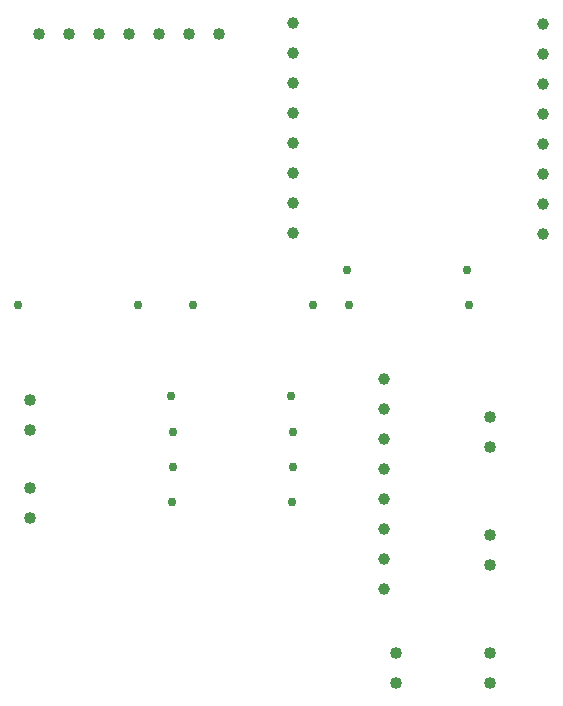
<source format=gbr>
G04 PROTEUS GERBER X2 FILE*
%TF.GenerationSoftware,Labcenter,Proteus,8.5-SP0-Build22067*%
%TF.CreationDate,2018-12-03T21:41:26+00:00*%
%TF.FileFunction,Plated,1,16,PTH*%
%TF.FilePolarity,Positive*%
%TF.Part,Single*%
%FSLAX45Y45*%
%MOMM*%
G01*
%TA.AperFunction,ComponentDrill*%
%ADD18C,1.000000*%
%ADD19C,1.016000*%
%ADD70C,0.762000*%
D18*
X+2250000Y+2680000D03*
X+2250000Y+2426000D03*
X+2250000Y+2172000D03*
X+2250000Y+1918000D03*
X+2250000Y+1664000D03*
X+2250000Y+1410000D03*
X+2250000Y+1156000D03*
X+2250000Y+902000D03*
X+130000Y+912000D03*
X+130000Y+1166000D03*
X+130000Y+1420000D03*
X+130000Y+1674000D03*
X+130000Y+1928000D03*
X+130000Y+2182000D03*
X+130000Y+2436000D03*
X+130000Y+2690000D03*
D19*
X-500000Y+2600000D03*
X-754000Y+2600000D03*
X-1008000Y+2600000D03*
X-1262000Y+2600000D03*
X-1516000Y+2600000D03*
X-1770000Y+2600000D03*
X-2024000Y+2600000D03*
X+1800000Y-900000D03*
X+1800000Y-646000D03*
X+1800000Y-1900000D03*
X+1800000Y-1646000D03*
X+1800000Y-2900000D03*
X+1800000Y-2646000D03*
X+1000000Y-2900000D03*
X+1000000Y-2646000D03*
X-2100000Y-1500000D03*
X-2100000Y-1246000D03*
X-2100000Y-500000D03*
X-2100000Y-754000D03*
D70*
X-900000Y-470000D03*
X+116000Y-470000D03*
X-890000Y-770000D03*
X+126000Y-770000D03*
X-890000Y-1070000D03*
X+126000Y-1070000D03*
X+120000Y-1370000D03*
X-896000Y-1370000D03*
X-1184000Y+300000D03*
X-2200000Y+300000D03*
X+600000Y+300000D03*
X+1616000Y+300000D03*
X+300000Y+300000D03*
X-716000Y+300000D03*
X+1600000Y+600000D03*
X+584000Y+600000D03*
D18*
X+900000Y-2100000D03*
X+900000Y-1846000D03*
X+900000Y-1592000D03*
X+900000Y-1338000D03*
X+900000Y-1084000D03*
X+900000Y-830000D03*
X+900000Y-576000D03*
X+900000Y-322000D03*
M02*

</source>
